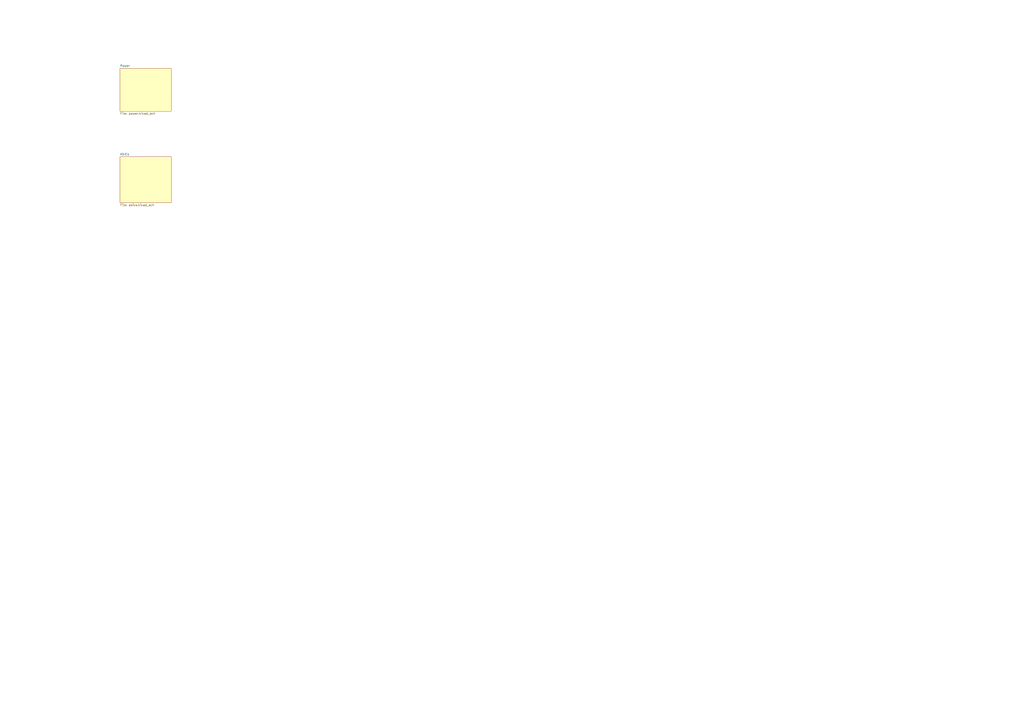
<source format=kicad_sch>
(kicad_sch
	(version 20231120)
	(generator "eeschema")
	(generator_version "8.0")
	(uuid "b036224c-4cdf-48cc-81df-19bc5283ebd2")
	(paper "A2")
	(title_block
		(title "emberOne")
		(date "2024-10-12")
		(rev "1")
	)
	(lib_symbols)
	(sheet
		(at 69.596 39.624)
		(size 29.718 24.892)
		(fields_autoplaced yes)
		(stroke
			(width 0.1524)
			(type solid)
		)
		(fill
			(color 255 255 194 1.0000)
		)
		(uuid "77c510ef-c2c8-433b-9442-e0d7684769dc")
		(property "Sheetname" "Power"
			(at 69.596 38.9124 0)
			(effects
				(font
					(size 1.27 1.27)
				)
				(justify left bottom)
			)
		)
		(property "Sheetfile" "power.kicad_sch"
			(at 69.596 65.1006 0)
			(effects
				(font
					(size 1.27 1.27)
				)
				(justify left top)
			)
		)
		(instances
			(project "emberone"
				(path "/b036224c-4cdf-48cc-81df-19bc5283ebd2"
					(page "2")
				)
			)
		)
	)
	(sheet
		(at 69.596 90.932)
		(size 29.718 26.67)
		(fields_autoplaced yes)
		(stroke
			(width 0.1524)
			(type solid)
		)
		(fill
			(color 255 255 194 1.0000)
		)
		(uuid "8fbe5865-2681-4e3d-9bfe-f9d833280d6f")
		(property "Sheetname" "ASICs"
			(at 69.596 90.2204 0)
			(effects
				(font
					(size 1.27 1.27)
				)
				(justify left bottom)
			)
		)
		(property "Sheetfile" "asics.kicad_sch"
			(at 69.596 118.1866 0)
			(effects
				(font
					(size 1.27 1.27)
				)
				(justify left top)
			)
		)
		(instances
			(project "emberone"
				(path "/b036224c-4cdf-48cc-81df-19bc5283ebd2"
					(page "3")
				)
			)
		)
	)
	(sheet_instances
		(path "/"
			(page "1")
		)
	)
)

</source>
